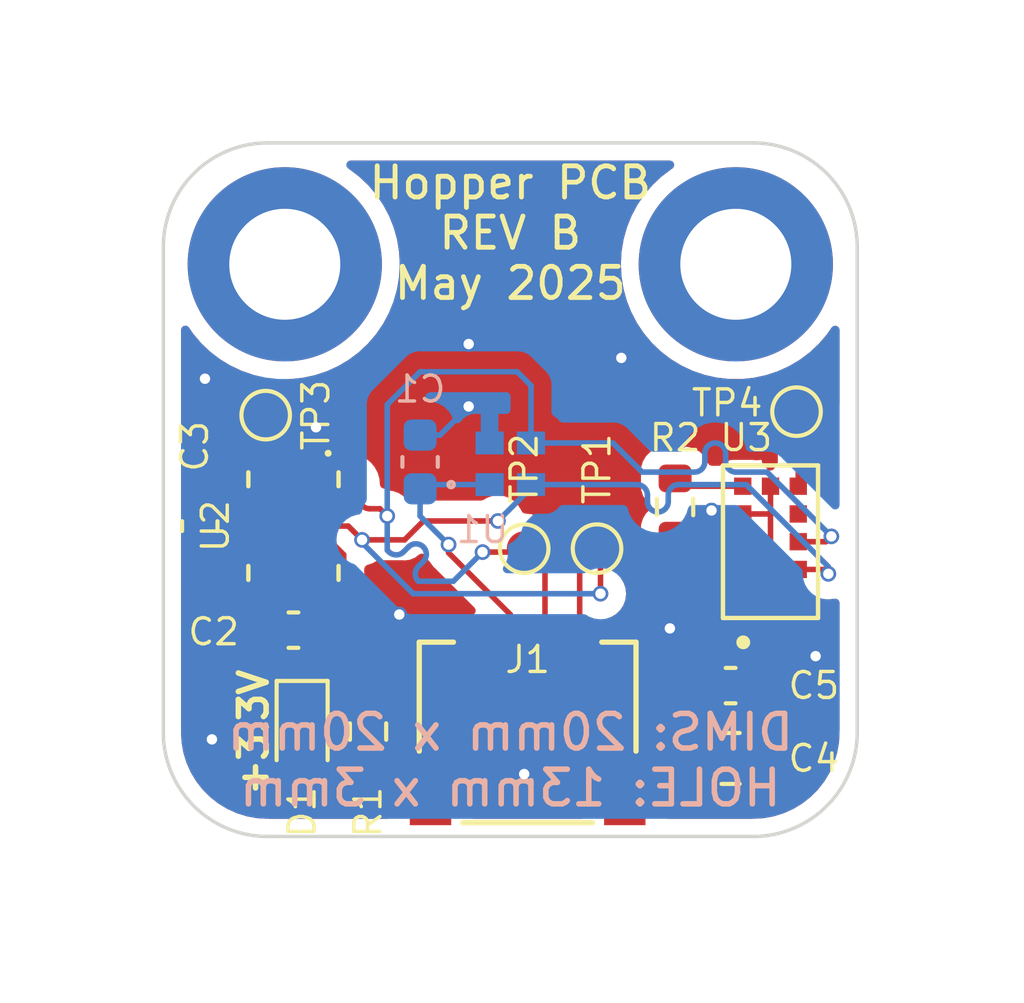
<source format=kicad_pcb>
(kicad_pcb (version 20211014) (generator pcbnew)
  (layers (0 "F.Cu" signal) (31 "B.Cu" signal) (34 "B.Paste" user) (35 "F.Paste" user) (36 "B.SilkS" user "B.Silkscreen") (37 "F.SilkS" user "F.Silkscreen") (38 "B.Mask" user) (39 "F.Mask" user) (44 "Edge.Cuts" user))
  (net 0 "")
  (net 1 "+3.3V")
  (net 2 "GND")
  (net 3 "/SDA")
  (net 4 "/SCL")
  (net 5 "Net-(D1-Pad2)")
  (net 6 "/GPIO_LSM")
  (net 7 "/GPIO_VL5")
  (net 11 "Net-(R2-Pad1)")
  (footprint "Capacitor_SMD:C_0805_2012Metric" (layer "F.Cu") (at 116.35 117.75)
    (fp_text reference "C4" (at 2.4 0) (layer "F.SilkS") (effects (font (size 0.75 0.75) (thickness 0.1))))
    (fp_text value "4.7 uF 25V X5R 0805")
    (fp_line (start -0.261252 0.735) (end 0.261252 0.735) (layer "F.SilkS") (width 0.12))
    (fp_line (start -0.261252 -0.735) (end 0.261252 -0.735) (layer "F.SilkS") (width 0.12))
    (pad "1" smd roundrect (at -0.95 0) (size 1 1.45) (layers "F.Cu" "F.Paste" "F.Mask") (net 1 "+3.3V"))
    (pad "2" smd roundrect (at 0.95 0) (size 1 1.45) (layers "F.Cu" "F.Paste" "F.Mask") (net 2 "GND"))
  )
  (footprint "Capacitor_SMD:C_0603_1608Metric" (layer "F.Cu") (at 116.35 115.65)
    (fp_text reference "C5" (at 2.4 0) (layer "F.SilkS") (effects (font (size 0.75 0.75) (thickness 0.1))))
    (fp_text value "0.1 uF 50V X7R 0603")
    (fp_line (start -0.14058 0.51) (end 0.14058 0.51) (layer "F.SilkS") (width 0.12))
    (fp_line (start -0.14058 -0.51) (end 0.14058 -0.51) (layer "F.SilkS") (width 0.12))
    (pad "1" smd roundrect (at -0.775 0) (size 0.9 0.95) (layers "F.Cu" "F.Paste" "F.Mask") (net 1 "+3.3V"))
    (pad "2" smd roundrect (at 0.775 0) (size 0.9 0.95) (layers "F.Cu" "F.Paste" "F.Mask") (net 2 "GND"))
  )
  (footprint "Customs:PQFN50P300X250X86-14N" (layer "F.Cu") (at 103.75 111.05 -90)
    (fp_text reference "U2" (at 0 2.25 90) (layer "F.SilkS") (effects (font (size 0.75 0.75) (thickness 0.1))))
    (fp_text value "LSM6DSMTR")
    (fp_line (start -1.15 -1.3) (end -1.55 -1.3) (layer "F.SilkS") (width 0.127))
    (fp_line (start -1.55 1.3) (end -1.15 1.3) (layer "F.SilkS") (width 0.127))
    (fp_line (start 1.55 1.3) (end 1.15 1.3) (layer "F.SilkS") (width 0.127))
    (fp_line (start 1.55 -1.3) (end 1.15 -1.3) (layer "F.SilkS") (width 0.127))
    (fp_circle (center -2.1 -1) (end -2.05 -1) (layer "F.SilkS") (width 0.1) (fill none))
    (pad "1" smd rect locked (at -1.16 -0.75 270) (size 0.6 0.35) (layers "F.Cu" "F.Paste" "F.Mask") (net 2 "GND"))
    (pad "2" smd rect locked (at -1.16 -0.25 270) (size 0.6 0.35) (layers "F.Cu" "F.Paste" "F.Mask") (net 2 "GND"))
    (pad "3" smd rect locked (at -1.16 0.25 270) (size 0.6 0.35) (layers "F.Cu" "F.Paste" "F.Mask") (net 2 "GND"))
    (pad "4" smd rect locked (at -1.16 0.75 270) (size 0.6 0.35) (layers "F.Cu" "F.Paste" "F.Mask") (net 6 "/GPIO_LSM"))
    (pad "5" smd rect locked (at -0.5 0.91) (size 0.6 0.35) (layers "F.Cu" "F.Paste" "F.Mask") (net 1 "+3.3V"))
    (pad "6" smd rect locked (at 0 0.91) (size 0.6 0.35) (layers "F.Cu" "F.Paste" "F.Mask") (net 2 "GND"))
    (pad "7" smd rect locked (at 0.5 0.91) (size 0.6 0.35) (layers "F.Cu" "F.Paste" "F.Mask") (net 2 "GND"))
    (pad "8" smd rect locked (at 1.16 0.75 270) (size 0.6 0.35) (layers "F.Cu" "F.Paste" "F.Mask") (net 1 "+3.3V"))
    (pad "9" smd rect locked (at 1.16 0.25 270) (size 0.6 0.35) (layers "F.Cu" "F.Paste" "F.Mask"))
    (pad "10" smd rect locked (at 1.16 -0.25 270) (size 0.6 0.35) (layers "F.Cu" "F.Paste" "F.Mask"))
    (pad "11" smd rect locked (at 1.16 -0.75 270) (size 0.6 0.35) (layers "F.Cu" "F.Paste" "F.Mask"))
    (pad "12" smd rect locked (at 0.5 -0.91) (size 0.6 0.35) (layers "F.Cu" "F.Paste" "F.Mask") (net 1 "+3.3V"))
    (pad "13" smd rect locked (at 0 -0.91) (size 0.6 0.35) (layers "F.Cu" "F.Paste" "F.Mask") (net 4 "/SCL"))
    (pad "14" smd rect locked (at -0.5 -0.91) (size 0.6 0.35) (layers "F.Cu" "F.Paste" "F.Mask") (net 3 "/SDA"))
  )
  (footprint "TestPoint:TestPoint_Pad_D1.0mm" (layer "F.Cu") (at 110.4 111.7 90)
    (fp_text reference "TP2" (at 2.3 0 90) (layer "F.SilkS") (effects (font (size 0.75 0.75) (thickness 0.1))))
    (fp_text value "TestPoint")
    (fp_circle (center 0 0) (end 0 0.7) (layer "F.SilkS") (width 0.12) (fill none))
    (pad "1" smd circle (at 0 0 90) (size 1 1) (layers "F.Cu" "F.Mask") (net 3 "/SDA"))
  )
  (footprint "MountingHole:MountingHole_3.2mm_M3_DIN965_Pad" (layer "F.Cu") (at 103.5 103.5)
    (fp_text reference "H1" hide)
    (fp_text value "M3")
    (pad "1" thru_hole circle (at 0 0) (size 5.6 5.6) (drill 3.2) (layers *.Cu *.Mask))
  )
  (footprint "TestPoint:TestPoint_Pad_D1.0mm" (layer "F.Cu") (at 112.5 111.7 90)
    (fp_text reference "TP1" (at 2.3 0 90) (layer "F.SilkS") (effects (font (size 0.75 0.75) (thickness 0.1))))
    (fp_text value "TestPoint")
    (fp_circle (center 0 0) (end 0 0.7) (layer "F.SilkS") (width 0.12) (fill none))
    (pad "1" smd circle (at 0 0 90) (size 1 1) (layers "F.Cu" "F.Mask") (net 4 "/SCL"))
  )
  (footprint "TestPoint:TestPoint_Pad_D1.0mm" (layer "F.Cu") (at 118.25 107.75)
    (fp_text reference "TP4" (at -2 -0.25) (layer "F.SilkS") (effects (font (size 0.75 0.75) (thickness 0.1))))
    (fp_text value "TestPoint")
    (fp_circle (center 0 0) (end 0 0.7) (layer "F.SilkS") (width 0.12) (fill none))
    (pad "1" smd circle (at 0 0) (size 1 1) (layers "F.Cu" "F.Mask") (net 7 "/GPIO_VL5"))
  )
  (footprint "Customs Smoker:PRT-14417" (layer "F.Cu") (at 110.5 117)
    (fp_text reference "J1" (at 0 -2.1015 unlocked) (layer "F.SilkS") (effects (font (size 0.75 0.75) (thickness 0.1))))
    (fp_text value "Hopper")
    (fp_line (start -2.13754 -2.6035) (end -3.1242 -2.6035) (layer "F.SilkS") (width 0.1524))
    (fp_line (start -1.870359 2.6035) (end 1.870359 2.6035) (layer "F.SilkS") (width 0.1524))
    (fp_line (start 3.1242 0.539061) (end 3.1242 -2.6035) (layer "F.SilkS") (width 0.1524))
    (fp_line (start 3.1242 -2.6035) (end 2.13754 -2.6035) (layer "F.SilkS") (width 0.1524))
    (fp_line (start -3.1242 -2.6035) (end -3.1242 0.539061) (layer "F.SilkS") (width 0.1524))
    (pad "1" smd rect (at -1.5 -2.1015) (size 0.6096 1.5494) (layers "F.Cu" "F.Paste" "F.Mask") (net 2 "GND"))
    (pad "2" smd rect (at -0.499999 -2.1015) (size 0.6096 1.5494) (layers "F.Cu" "F.Paste" "F.Mask") (net 1 "+3.3V"))
    (pad "3" smd rect (at 0.499999 -2.1015) (size 0.6096 1.5494) (layers "F.Cu" "F.Paste" "F.Mask") (net 3 "/SDA"))
    (pad "4" smd rect (at 1.5 -2.1015) (size 0.6096 1.5494) (layers "F.Cu" "F.Paste" "F.Mask") (net 4 "/SCL"))
    (pad "5" smd rect (at -2.799999 1.773501) (size 1.1938 1.8034) (layers "F.Cu" "F.Paste" "F.Mask"))
    (pad "6" smd rect (at 2.799999 1.773501) (size 1.1938 1.8034) (layers "F.Cu" "F.Paste" "F.Mask"))
  )
  (footprint "MountingHole:MountingHole_3.2mm_M3_DIN965_Pad" (layer "F.Cu") (at 116.5 103.5)
    (fp_text reference "H2" hide)
    (fp_text value "M3")
    (pad "1" thru_hole circle (at 0 0) (size 5.6 5.6) (drill 3.2) (layers *.Cu *.Mask))
  )
  (footprint "Capacitor_SMD:C_0603_1608Metric" (layer "F.Cu") (at 103.75 114.05 180)
    (fp_text reference "C2" (at 2.3 -0.05) (layer "F.SilkS") (effects (font (size 0.75 0.75) (thickness 0.1))))
    (fp_text value "0.1 uF 50V X7R 0603")
    (fp_line (start -0.14058 0.51) (end 0.14058 0.51) (layer "F.SilkS") (width 0.12))
    (fp_line (start -0.14058 -0.51) (end 0.14058 -0.51) (layer "F.SilkS") (width 0.12))
    (pad "1" smd roundrect (at -0.775 0 180) (size 0.9 0.95) (layers "F.Cu" "F.Paste" "F.Mask") (net 2 "GND"))
    (pad "2" smd roundrect (at 0.775 0 180) (size 0.9 0.95) (layers "F.Cu" "F.Paste" "F.Mask") (net 1 "+3.3V"))
  )
  (footprint "Customs Smoker:XDCR_VL53L3CXV0DH_1" (layer "F.Cu") (at 117.5 111.5 90)
    (fp_text reference "U3" (at 3 -0.7) (layer "F.SilkS") (effects (font (size 0.75 0.75) (thickness 0.1))))
    (fp_text value "VL53L3CXV0DH/1")
    (fp_line (start -2.2 -1.37) (end 2.2 -1.37) (layer "F.SilkS") (width 0.127))
    (fp_line (start 2.2 1.37) (end 2.2 -1.37) (layer "F.SilkS") (width 0.127))
    (fp_line (start 2.2 1.37) (end -2.2 1.37) (layer "F.SilkS") (width 0.127))
    (fp_line (start -2.2 -1.37) (end -2.2 1.37) (layer "F.SilkS") (width 0.127))
    (fp_circle (center -2.902 -0.785) (end -2.802 -0.785) (layer "F.SilkS") (width 0.2) (fill none))
    (pad "1" smd custom locked (at -1.6 -0.8 90) (size 0.1 0.1) (layers "F.Cu") (net 1 "+3.3V") (options (clearance outline) (anchor rect)) (primitives (gr_poly (pts (xy 0.25 0.25) (xy 0.25 -0.25) (xy -0.25 -0.25) (xy -0.25 0) (xy -0.33 0) (xy -0.33 0.25)) (width 0.01) (fill yes))))
    (pad "2" smd rect locked (at -0.8 -0.8 90) (size 0.5 0.5) (layers "F.Cu" "F.Paste" "F.Mask") (net 2 "GND"))
    (pad "3" smd rect locked (at 0 -0.8 90) (size 0.5 0.5) (layers "F.Cu" "F.Paste" "F.Mask") (net 2 "GND"))
    (pad "4" smd rect locked (at 0.8 -0.8 90) (size 0.5 0.5) (layers "F.Cu" "F.Paste" "F.Mask") (net 2 "GND"))
    (pad "5" smd rect locked (at 1.6 -0.8 90) (size 0.5 0.5) (layers "F.Cu" "F.Paste" "F.Mask") (net 11 "Net-(R2-Pad1)"))
    (pad "6" smd rect locked (at 1.6 0 90) (size 0.5 0.5) (layers "F.Cu" "F.Paste" "F.Mask") (net 2 "GND"))
    (pad "7" smd rect locked (at 1.6 0.8 90) (size 0.5 0.5) (layers "F.Cu" "F.Paste" "F.Mask") (net 7 "/GPIO_VL5"))
    (pad "8" smd rect locked (at 0.8 0.8 90) (size 0.5 0.5) (layers "F.Cu" "F.Paste" "F.Mask"))
    (pad "9" smd rect locked (at 0 0.8 90) (size 0.5 0.5) (layers "F.Cu" "F.Paste" "F.Mask") (net 3 "/SDA"))
    (pad "10" smd rect locked (at -0.8 0.8 90) (size 0.5 0.5) (layers "F.Cu" "F.Paste" "F.Mask") (net 4 "/SCL"))
    (pad "11" smd rect locked (at -1.6 0.8 90) (size 0.5 0.5) (layers "F.Cu" "F.Paste" "F.Mask") (net 1 "+3.3V"))
    (pad "12" smd rect locked (at -1.6 0 90) (size 0.5 0.5) (layers "F.Cu" "F.Paste" "F.Mask") (net 2 "GND"))
  )
  (footprint "LED_SMD:LED_0603_1608Metric" (layer "F.Cu") (at 104 117 -90)
    (fp_text reference "D1" (at 2.3 0 90) (layer "F.SilkS") (effects (font (size 0.75 0.75) (thickness 0.1))))
    (fp_text value "RED 1.8V 2mA 0603")
    (fp_line (start 0.8 -0.735) (end -1.485 -0.735) (layer "F.SilkS") (width 0.12))
    (fp_line (start -1.485 -0.735) (end -1.485 0.735) (layer "F.SilkS") (width 0.12))
    (fp_line (start -1.485 0.735) (end 0.8 0.735) (layer "F.SilkS") (width 0.12))
    (pad "1" smd roundrect (at -0.7875 0 270) (size 0.875 0.95) (layers "F.Cu" "F.Paste" "F.Mask") (net 2 "GND"))
    (pad "2" smd roundrect (at 0.7875 0 270) (size 0.875 0.95) (layers "F.Cu" "F.Paste" "F.Mask") (net 5 "Net-(D1-Pad2)"))
  )
  (footprint "Resistor_SMD:R_0603_1608Metric" (layer "F.Cu") (at 114.75 110.5 -90)
    (fp_text reference "R2" (at -2 0 180) (layer "F.SilkS") (effects (font (size 0.75 0.75) (thickness 0.1))))
    (fp_text value "10kOhm 1% 0603")
    (fp_line (start -0.237258 0.5225) (end 0.237258 0.5225) (layer "F.SilkS") (width 0.12))
    (fp_line (start -0.237258 -0.5225) (end 0.237258 -0.5225) (layer "F.SilkS") (width 0.12))
    (pad "1" smd roundrect (at -0.825 0 270) (size 0.8 0.95) (layers "F.Cu" "F.Paste" "F.Mask") (net 11 "Net-(R2-Pad1)"))
    (pad "2" smd roundrect (at 0.825 0 270) (size 0.8 0.95) (layers "F.Cu" "F.Paste" "F.Mask") (net 1 "+3.3V"))
  )
  (footprint "TestPoint:TestPoint_Pad_D1.0mm" (layer "F.Cu") (at 102.95 107.85 -90)
    (fp_text reference "TP3" (at 0 -1.448 90) (layer "F.SilkS") (effects (font (size 0.75 0.75) (thickness 0.1))))
    (fp_text value "TestPoint")
    (fp_circle (center 0 0) (end 0 0.7) (layer "F.SilkS") (width 0.12) (fill none))
    (pad "1" smd circle (at 0 0 270) (size 1 1) (layers "F.Cu" "F.Mask") (net 6 "/GPIO_LSM"))
  )
  (footprint "Resistor_SMD:R_0603_1608Metric" (layer "F.Cu") (at 105.9 116.975 90)
    (fp_text reference "R1" (at -2.325 0 90) (layer "F.SilkS") (effects (font (size 0.75 0.75) (thickness 0.1))))
    (fp_text value "750Ohm 1% 0603")
    (fp_line (start -0.237258 -0.5225) (end 0.237258 -0.5225) (layer "F.SilkS") (width 0.12))
    (fp_line (start -0.237258 0.5225) (end 0.237258 0.5225) (layer "F.SilkS") (width 0.12))
    (pad "1" smd roundrect (at -0.825 0 90) (size 0.8 0.95) (layers "F.Cu" "F.Paste" "F.Mask") (net 5 "Net-(D1-Pad2)"))
    (pad "2" smd roundrect (at 0.825 0 90) (size 0.8 0.95) (layers "F.Cu" "F.Paste" "F.Mask") (net 1 "+3.3V"))
  )
  (footprint "Capacitor_SMD:C_0603_1608Metric" (layer "F.Cu") (at 101.05 111.05 90)
    (fp_text reference "C3" (at 2.3 -0.15 90) (layer "F.SilkS") (effects (font (size 0.75 0.75) (thickness 0.1))))
    (fp_text value "0.1 uF 50V X7R 0603")
    (fp_line (start -0.14058 0.51) (end 0.14058 0.51) (layer "F.SilkS") (width 0.12))
    (fp_line (start -0.14058 -0.51) (end 0.14058 -0.51) (layer "F.SilkS") (width 0.12))
    (pad "1" smd roundrect (at -0.775 0 90) (size 0.9 0.95) (layers "F.Cu" "F.Paste" "F.Mask") (net 2 "GND"))
    (pad "2" smd roundrect (at 0.775 0 90) (size 0.9 0.95) (layers "F.Cu" "F.Paste" "F.Mask") (net 1 "+3.3V"))
  )
  (footprint "Customs:LTR-329ALS-01" (layer "B.Cu") (at 110 109.2531)
    (fp_text reference "U1" (at -0.8031 1.899999) (layer "B.SilkS") (effects (font (size 0.75 0.75) (thickness 0.1)) (justify mirror)))
    (fp_text value "LTR-329ALS-01" hide)
    (fp_circle (center -1.7049 0.6) (end -1.6287 0.6) (layer "B.SilkS") (width 0.12) (fill none))
    (pad "1" smd rect locked (at -0.5969 0.599999) (size 0.8128 0.6604) (layers "B.Cu" "B.Paste" "B.Mask") (net 1 "+3.3V"))
    (pad "2" smd rect locked (at -0.5969 -0.599999) (size 0.8128 0.6604) (layers "B.Cu" "B.Paste" "B.Mask") (net 2 "GND"))
    (pad "3" smd rect locked (at 0.5969 -0.599999) (size 0.8128 0.6604) (layers "B.Cu" "B.Paste" "B.Mask") (net 3 "/SDA"))
    (pad "4" smd rect locked (at 0.5969 0.599999) (size 0.8128 0.6604) (layers "B.Cu" "B.Paste" "B.Mask") (net 4 "/SCL"))
  )
  (footprint "Capacitor_SMD:C_0603_1608Metric" (layer "B.Cu") (at 107.4 109.2 90)
    (fp_text reference "C1" (at 2.1 0) (layer "B.SilkS") (effects (font (size 0.75 0.75) (thickness 0.1)) (justify mirror)))
    (fp_text value "1 uF 25V X5R 0603")
    (fp_line (start -0.14058 -0.51) (end 0.14058 -0.51) (layer "B.SilkS") (width 0.12))
    (fp_line (start -0.14058 0.51) (end 0.14058 0.51) (layer "B.SilkS") (width 0.12))
    (pad "1" smd roundrect (at -0.775 0 90) (size 0.9 0.95) (layers "B.Cu" "B.Paste" "B.Mask") (net 1 "+3.3V"))
    (pad "2" smd roundrect (at 0.775 0 90) (size 0.9 0.95) (layers "B.Cu" "B.Paste" "B.Mask") (net 2 "GND"))
  )
  (gr_line (start 103 120) (end 117 120) (layer "Edge.Cuts") (width 0.1))
  (gr_arc (start 100 103) (mid 100.87868 100.87868) (end 103 100) (layer "Edge.Cuts") (width 0.1))
  (gr_line (start 100 103) (end 100 117) (layer "Edge.Cuts") (width 0.1))
  (gr_line (start 120 117) (end 120 103) (layer "Edge.Cuts") (width 0.1))
  (gr_arc (start 103 120) (mid 100.87868 119.12132) (end 100 117) (layer "Edge.Cuts") (width 0.1))
  (gr_line (start 117 100) (end 103 100) (layer "Edge.Cuts") (width 0.1))
  (gr_arc (start 117 100) (mid 119.12132 100.87868) (end 120 103) (layer "Edge.Cuts") (width 0.1))
  (gr_arc (start 120 117) (mid 119.12132 119.12132) (end 117 120) (layer "Edge.Cuts") (width 0.1))
  (gr_text "DIMS: 20mm x 20mm\nHOLE: 13mm x 3mm" (at 110 117.8) (layer "B.SilkS") (effects (font (size 1 1) (thickness 0.16)) (justify mirror)))
  (gr_text "Hopper PCB\nREV B\nMay 2025\n" (at 110 102.6) (layer "F.SilkS") (effects (font (size 0.9 0.9) (thickness 0.14))))
  (gr_text "+3.3V" (at 102.6 117 90) (layer "F.SilkS") (effects (font (size 0.8 0.8) (thickness 0.16))))
  (segment (start 102 112) (end 102 110.6) (width 0.16) (layer "F.Cu") (net 1))
  (segment (start 116.7 113.1) (end 115.5 113.1) (width 0.16) (layer "F.Cu") (net 1))
  (segment (start 113.4 116.2) (end 114 115.6) (width 0.16) (layer "F.Cu") (net 1))
  (segment (start 105.9 116.15) (end 105.9 113.7) (width 0.16) (layer "F.Cu") (net 1))
  (segment (start 108.220623 111.820623) (end 110.000001 113.600001) (width 0.16) (layer "F.Cu") (net 1))
  (segment (start 117 114) (end 116.7 113.7) (width 0.16) (layer "F.Cu") (net 1))
  (segment (start 110.366801 116.2) (end 113.4 116.2) (width 0.16) (layer "F.Cu") (net 1))
  (segment (start 103 112.21) (end 103 113) (width 0.16) (layer "F.Cu") (net 1))
  (segment (start 110.000001 113.600001) (end 110.000001 114.8985) (width 0.16) (layer "F.Cu") (net 1))
  (segment (start 102.84 110.55) (end 102.05 110.55) (width 0.16) (layer "F.Cu") (net 1))
  (segment (start 116.7 113.7) (end 116.7 113.1) (width 0.16) (layer "F.Cu") (net 1))
  (segment (start 105.2 112.4) (end 104.9 112.7) (width 0.16) (layer "F.Cu") (net 1))
  (segment (start 102.21 112.21) (end 102 112) (width 0.16) (layer "F.Cu") (net 1))
  (segment (start 110.000001 115.8332) (end 110.366801 116.2) (width 0.16) (layer "F.Cu") (net 1))
  (segment (start 105.2 111.875) (end 105.2 112.4) (width 0.16) (layer "F.Cu") (net 1))
  (segment (start 110.000001 114.8985) (end 110.000001 115.8332) (width 0.16) (layer "F.Cu") (net 1))
  (segment (start 115.575 115.425) (end 117 114) (width 0.16) (layer "F.Cu") (net 1))
  (segment (start 102.05 110.55) (end 101.325 110.55) (width 0.16) (layer "F.Cu") (net 1))
  (segment (start 104.875 111.55) (end 105.2 111.875) (width 0.16) (layer "F.Cu") (net 1))
  (segment (start 114 115.6) (end 115.525 115.6) (width 0.16) (layer "F.Cu") (net 1))
  (segment (start 104.9 112.7) (end 104.6 113) (width 0.16) (layer "F.Cu") (net 1))
  (segment (start 105.9 113.7) (end 104.9 112.7) (width 0.16) (layer "F.Cu") (net 1))
  (segment (start 102 110.6) (end 102.05 110.55) (width 0.16) (layer "F.Cu") (net 1))
  (segment (start 103 112.21) (end 102.21 112.21) (width 0.16) (layer "F.Cu") (net 1))
  (segment (start 118.3 113.1) (end 118.3 113.95) (width 0.16) (layer "F.Cu") (net 1))
  (segment (start 103 113) (end 103 114.025) (width 0.16) (layer "F.Cu") (net 1))
  (segment (start 104.6 113) (end 103 113) (width 0.16) (layer "F.Cu") (net 1))
  (segment (start 109.683201 116.15) (end 105.9 116.15) (width 0.16) (layer "F.Cu") (net 1))
  (segment (start 115.575 115.65) (end 115.575 117.575) (width 0.16) (layer "F.Cu") (net 1))
  (segment (start 115.5 113.1) (end 114.6 112.2) (width 0.16) (layer "F.Cu") (net 1))
  (segment (start 110.000001 115.8332) (end 109.683201 116.15) (width 0.16) (layer "F.Cu") (net 1))
  (segment (start 108.220623 111.581722) (end 108.220623 111.820623) (width 0.16) (layer "F.Cu") (net 1))
  (segment (start 114.6 112.2) (end 114.6 111.475) (width 0.16) (layer "F.Cu") (net 1))
  (segment (start 118.25 114) (end 117 114) (width 0.16) (layer "F.Cu") (net 1))
  (segment (start 118.3 113.95) (end 118.25 114) (width 0.16) (layer "F.Cu") (net 1))
  (via (at 108.220623 111.581722) (size 0.45) (drill 0.3) (layers "F.Cu" "B.Cu") (net 1))
  (segment (start 107.521901 109.853099) (end 109.4031 109.853099) (width 0.16) (layer "B.Cu") (net 1))
  (segment (start 107.4 109.975) (end 107.4 110.761099) (width 0.16) (layer "B.Cu") (net 1))
  (segment (start 107.4 110.761099) (end 108.220623 111.581722) (width 0.16) (layer "B.Cu") (net 1))
  (segment (start 117.5 111.5) (end 117.5 110.7) (width 0.16) (layer "F.Cu") (net 2))
  (segment (start 116.7 110.7) (end 117.5 110.7) (width 0.16) (layer "F.Cu") (net 2))
  (segment (start 117.5 112.3) (end 117.5 111.5) (width 0.16) (layer "F.Cu") (net 2))
  (segment (start 117.5 110.7) (end 117.5 109.9) (width 0.16) (layer "F.Cu") (net 2))
  (segment (start 117.5 113.1) (end 117.5 112.3) (width 0.16) (layer "F.Cu") (net 2))
  (segment (start 104 111.25) (end 104 109.89) (width 0.16) (layer "F.Cu") (net 2))
  (segment (start 116.7 112.3) (end 117.5 112.3) (width 0.16) (layer "F.Cu") (net 2))
  (segment (start 116.7 111.5) (end 117.5 111.5) (width 0.16) (layer "F.Cu") (net 2))
  (segment (start 103.5 109.89) (end 104.5 109.89) (width 0.16) (layer "F.Cu") (net 2))
  (segment (start 103.7 111.55) (end 104 111.25) (width 0.16) (layer "F.Cu") (net 2))
  (segment (start 103.5 109.89) (end 103.5 110.925) (width 0.16) (layer "F.Cu") (net 2))
  (segment (start 103.375 111.05) (end 102.84 111.05) (width 0.16) (layer "F.Cu") (net 2))
  (segment (start 102.84 111.55) (end 103.7 111.55) (width 0.16) (layer "F.Cu") (net 2))
  (segment (start 103.5 110.925) (end 103.375 111.05) (width 0.16) (layer "F.Cu") (net 2))
  (via (at 108.8 107.6) (size 0.45) (drill 0.3) (layers "F.Cu" "B.Cu") (net 2))
  (via (at 113.2 106.2) (size 0.45) (drill 0.3) (layers "F.Cu" "B.Cu") (net 2))
  (via (at 101.4 117.2) (size 0.45) (drill 0.3) (layers "F.Cu" "B.Cu") (net 2))
  (via (at 108.8 105.8) (size 0.45) (drill 0.3) (layers "F.Cu" "B.Cu") (net 2))
  (via (at 114.6 114) (size 0.45) (drill 0.3) (layers "F.Cu" "B.Cu") (net 2))
  (via (at 115.8 110.6) (size 0.45) (drill 0.3) (layers "F.Cu" "B.Cu") (net 2))
  (via (at 104.4 108.2) (size 0.45) (drill 0.3) (layers "F.Cu" "B.Cu") (net 2))
  (via (at 106.8 113.6) (size 0.45) (drill 0.3) (layers "F.Cu" "B.Cu") (net 2))
  (via (at 118.8 114.8) (size 0.45) (drill 0.3) (layers "F.Cu" "B.Cu") (net 2))
  (via (at 101.2 106.8) (size 0.45) (drill 0.3) (layers "F.Cu" "B.Cu") (net 2))
  (via (at 110.4 118.2) (size 0.45) (drill 0.3) (layers "F.Cu" "B.Cu") (net 2))
  (segment (start 107.4 108.425) (end 107.975 108.425) (width 0.16) (layer "B.Cu") (net 2))
  (segment (start 107.975 108.425) (end 108.8 107.6) (width 0.16) (layer "B.Cu") (net 2))
  (segment (start 105.05 109.85) (end 105.05 110.25) (width 0.16) (layer "F.Cu") (net 3))
  (segment (start 109.2 111.8) (end 110.3 111.8) (width 0.16) (layer "F.Cu") (net 3))
  (segment (start 118.3 111.5) (end 119.1 111.5) (width 0.16) (layer "F.Cu") (net 3))
  (segment (start 105.65 110.25) (end 105.65 109.85) (width 0.16) (layer "F.Cu") (net 3))
  (segment (start 119.1 111.5) (end 119.25373 111.34627) (width 0.16) (layer "F.Cu") (net 3))
  (segment (start 106.453036 110.759193) (end 106.243843 110.55) (width 0.16) (layer "F.Cu") (net 3))
  (segment (start 106.243843 110.55) (end 105.95 110.55) (width 0.16) (layer "F.Cu") (net 3))
  (segment (start 110.999999 114.8985) (end 110.999999 112.299999) (width 0.16) (layer "F.Cu") (net 3))
  (segment (start 110.999999 112.299999) (end 110.4 111.7) (width 0.16) (layer "F.Cu") (net 3))
  (via (at 109.2 111.8) (size 0.45) (drill 0.3) (layers "F.Cu" "B.Cu") (net 3))
  (via (at 119.25373 111.34627) (size 0.45) (drill 0.3) (layers "F.Cu" "B.Cu") (net 3))
  (via (at 106.453036 110.759193) (size 0.45) (drill 0.3) (layers "F.Cu" "B.Cu") (net 3))
  (arc (start 105.65 109.85) (mid 105.562132 109.637868) (end 105.35 109.55) (width 0.16) (layer "F.Cu") (net 3))
  (arc (start 105.05 110.25) (mid 104.962132 110.462132) (end 104.75 110.55) (width 0.16) (layer "F.Cu") (net 3))
  (arc (start 105.95 110.55) (mid 105.737868 110.462132) (end 105.65 110.25) (width 0.16) (layer "F.Cu") (net 3))
  (arc (start 105.35 109.55) (mid 105.137868 109.637868) (end 105.05 109.85) (width 0.16) (layer "F.Cu") (net 3))
  (segment (start 110.2 106.6) (end 110.6 107) (width 0.16) (layer "B.Cu") (net 3))
  (segment (start 110.5969 107.0031) (end 110.6 107) (width 0.16) (layer "B.Cu") (net 3))
  (segment (start 112.960002 108.653101) (end 110.5969 108.653101) (width 0.16) (layer "B.Cu") (net 3))
  (segment (start 119.25373 111.34627) (end 117.400559 109.493099) (width 0.16) (layer "B.Cu") (net 3))
  (segment (start 106.500586 111.79147) (end 106.500587 111.791471) (width 0.16) (layer "B.Cu") (net 3))
  (segment (start 110.5969 108.653101) (end 110.5969 107.0031) (width 0.16) (layer "B.Cu") (net 3))
  (segment (start 107.4 106.6) (end 110.2 106.6) (width 0.16) (layer "B.Cu") (net 3))
  (segment (start 116.206901 109.193099) (end 116.206901 108.952969) (width 0.16) (layer "B.Cu") (net 3))
  (segment (start 106.453036 107.546964) (end 107.4 106.6) (width 0.16) (layer "B.Cu") (net 3))
  (segment (start 108.36 112.64) (end 107.349116 112.64) (width 0.16) (layer "B.Cu") (net 3))
  (segment (start 113.8 109.493099) (end 112.960002 108.653101) (width 0.16) (layer "B.Cu") (net 3))
  (segment (start 107.349116 112.215735) (end 107.491643 112.073207) (width 0.16) (layer "B.Cu") (net 3))
  (segment (start 109.2 111.8) (end 108.36 112.64) (width 0.16) (layer "B.Cu") (net 3))
  (segment (start 107.349115 112.215735) (end 107.349116 112.215735) (width 0.16) (layer "B.Cu") (net 3))
  (segment (start 107.067378 111.648942) (end 107.067378 111.648943) (width 0.16) (layer "B.Cu") (net 3))
  (segment (start 106.453036 110.759193) (end 106.453036 107.546964) (width 0.16) (layer "B.Cu") (net 3))
  (segment (start 113.8 109.493099) (end 115.306901 109.493099) (width 0.16) (layer "B.Cu") (net 3))
  (segment (start 107.067378 111.648943) (end 106.92485 111.79147) (width 0.16) (layer "B.Cu") (net 3))
  (segment (start 117.400559 109.493099) (end 116.506901 109.493099) (width 0.16) (layer "B.Cu") (net 3))
  (segment (start 106.453036 111.74392) (end 106.453036 110.759193) (width 0.16) (layer "B.Cu") (net 3))
  (segment (start 106.500587 111.791471) (end 106.453036 111.74392) (width 0.16) (layer "B.Cu") (net 3))
  (segment (start 115.606901 108.952969) (end 115.606901 109.193099) (width 0.16) (layer "B.Cu") (net 3))
  (arc (start 107.491643 111.648943) (mid 107.279511 111.561074) (end 107.067378 111.648942) (width 0.16) (layer "B.Cu") (net 3))
  (arc (start 115.906901 108.652969) (mid 115.694769 108.740837) (end 115.606901 108.952969) (width 0.16) (layer "B.Cu") (net 3))
  (arc (start 106.92485 111.79147) (mid 106.712718 111.879338) (end 106.500586 111.79147) (width 0.16) (layer "B.Cu") (net 3))
  (arc (start 107.349116 112.64) (mid 107.261247 112.427868) (end 107.349115 112.215735) (width 0.16) (layer "B.Cu") (net 3))
  (arc (start 107.491643 112.073207) (mid 107.579511 111.861075) (end 107.491643 111.648943) (width 0.16) (layer "B.Cu") (net 3))
  (arc (start 116.206901 108.952969) (mid 116.119033 108.740837) (end 115.906901 108.652969) (width 0.16) (layer "B.Cu") (net 3))
  (arc (start 115.606901 109.193099) (mid 115.519033 109.405231) (end 115.306901 109.493099) (width 0.16) (layer "B.Cu") (net 3))
  (arc (start 116.506901 109.493099) (mid 116.294769 109.405231) (end 116.206901 109.193099) (width 0.16) (layer "B.Cu") (net 3))
  (segment (start 104.66 111.05) (end 105.330852 111.05) (width 0.16) (layer "F.Cu") (net 4))
  (segment (start 119.04106 112.3) (end 119.167198 112.426138) (width 0.16) (layer "F.Cu") (net 4))
  (segment (start 112 114.8985) (end 112.000001 112.199999) (width 0.16) (layer "F.Cu") (net 4))
  (segment (start 107.497778 110.902222) (end 106.953455 111.446545) (width 0.16) (layer "F.Cu") (net 4))
  (segment (start 109.643391 110.902222) (end 107.497778 110.902222) (width 0.16) (layer "F.Cu") (net 4))
  (segment (start 118.3 112.3) (end 119.04106 112.3) (width 0.16) (layer "F.Cu") (net 4))
  (segment (start 105.330852 111.05) (end 105.727397 111.446545) (width 0.16) (layer "F.Cu") (net 4))
  (segment (start 112.000001 112.199999) (end 112.5 111.7) (width 0.16) (layer "F.Cu") (net 4))
  (segment (start 106.953455 111.446545) (end 105.727397 111.446545) (width 0.16) (layer "F.Cu") (net 4))
  (segment (start 112.6 113) (end 112.6 111.8) (width 0.16) (layer "F.Cu") (net 4))
  (via (at 109.643391 110.902222) (size 0.45) (drill 0.3) (layers "F.Cu" "B.Cu") (net 4))
  (via (at 112.6 113) (size 0.45) (drill 0.3) (layers "F.Cu" "B.Cu") (net 4))
  (via (at 105.727397 111.446545) (size 0.45) (drill 0.3) (layers "F.Cu" "B.Cu") (net 4))
  (via (at 119.167198 112.426138) (size 0.45) (drill 0.3) (layers "F.Cu" "B.Cu") (net 4))
  (segment (start 116.799599 109.853099) (end 114.853099 109.853099) (width 0.16) (layer "B.Cu") (net 4))
  (segment (start 119.167198 112.221404) (end 116.799599 109.853805) (width 0.16) (layer "B.Cu") (net 4))
  (segment (start 110.5969 109.948713) (end 109.643391 110.902222) (width 0.16) (layer "B.Cu") (net 4))
  (segment (start 105.727397 111.446545) (end 105.727397 111.527397) (width 0.16) (layer "B.Cu") (net 4))
  (segment (start 113.953099 110.34188) (end 113.953099 110.153099) (width 0.16) (layer "B.Cu") (net 4))
  (segment (start 113.653099 109.853099) (end 110.5969 109.853099) (width 0.16) (layer "B.Cu") (net 4))
  (segment (start 116.799599 109.853805) (end 116.799599 109.853099) (width 0.16) (layer "B.Cu") (net 4))
  (segment (start 114.553099 110.153099) (end 114.553099 110.34188) (width 0.16) (layer "B.Cu") (net 4))
  (segment (start 107.2 113) (end 112.6 113) (width 0.16) (layer "B.Cu") (net 4))
  (segment (start 119.167198 112.426138) (end 119.167198 112.221404) (width 0.16) (layer "B.Cu") (net 4))
  (segment (start 105.727397 111.527397) (end 107.2 113) (width 0.16) (layer "B.Cu") (net 4))
  (arc (start 114.553099 110.34188) (mid 114.465231 110.554012) (end 114.253099 110.64188) (width 0.16) (layer "B.Cu") (net 4))
  (arc (start 113.953099 110.153099) (mid 113.865231 109.940967) (end 113.653099 109.853099) (width 0.16) (layer "B.Cu") (net 4))
  (arc (start 114.253099 110.64188) (mid 114.040967 110.554012) (end 113.953099 110.34188) (width 0.16) (layer "B.Cu") (net 4))
  (arc (start 114.853099 109.853099) (mid 114.640967 109.940967) (end 114.553099 110.153099) (width 0.16) (layer "B.Cu") (net 4))
  (segment (start 105.9 117.8) (end 104.0125 117.8) (width 0.16) (layer "F.Cu") (net 5))
  (segment (start 102.95 107.85) (end 102.95 109.84) (width 0.16) (layer "F.Cu") (net 6))
  (segment (start 118.3 109.9) (end 118.3 107.8) (width 0.16) (layer "F.Cu") (net 7))
  (segment (start 116.7 109.9) (end 114.975 109.9) (width 0.16) (layer "F.Cu") (net 11))
  (zone (net 2) (net_name "GND") (layers F&B.Cu) (priority 1) (connect_pads (clearance 0.508)) (min_thickness 0.254) (fill yes (thermal_gap 0.508) (thermal_bridge_width 0.508) (smoothing fillet) (radius 1))
    (polygon (pts (xy 121 124) (xy 99 124) (xy 99 99) (xy 121 99)))
  )
)
</source>
